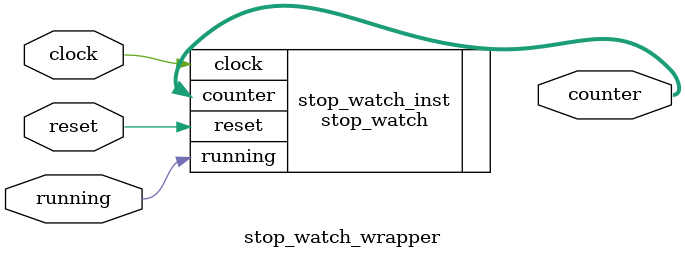
<source format=v>
`timescale 1ns / 1ps


module stop_watch_wrapper(
    clock,
    reset,
    running,
    counter
    );
    
    
input clock;
input reset;
input running;
output [47:0] counter;


stop_watch stop_watch_inst (
    .clock(clock),
    .reset(reset),
    .running(running),
    .counter(counter)
    );
    
endmodule

</source>
